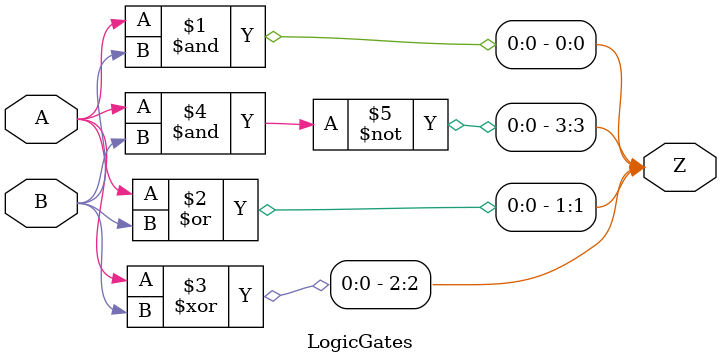
<source format=v>
`timescale 1ns / 1ps


module LogicGates(
    input A,
    input B,
    output [3:0] Z
    );
    
assign Z[0] = A & B;            // Z[0] = 1 if A = 1 and B = 1
assign Z[1] = A | B;            // Z[1] = 1 if A = 1 or B = 1
assign Z[2] = A ^ B;            // Z[2] = 1 if A = 1 and B = 0 or A = 0 and B = 1
assign Z[3] = ~(A & B);         // Z[3] = 1 if A = 0 and B = 0
endmodule

</source>
